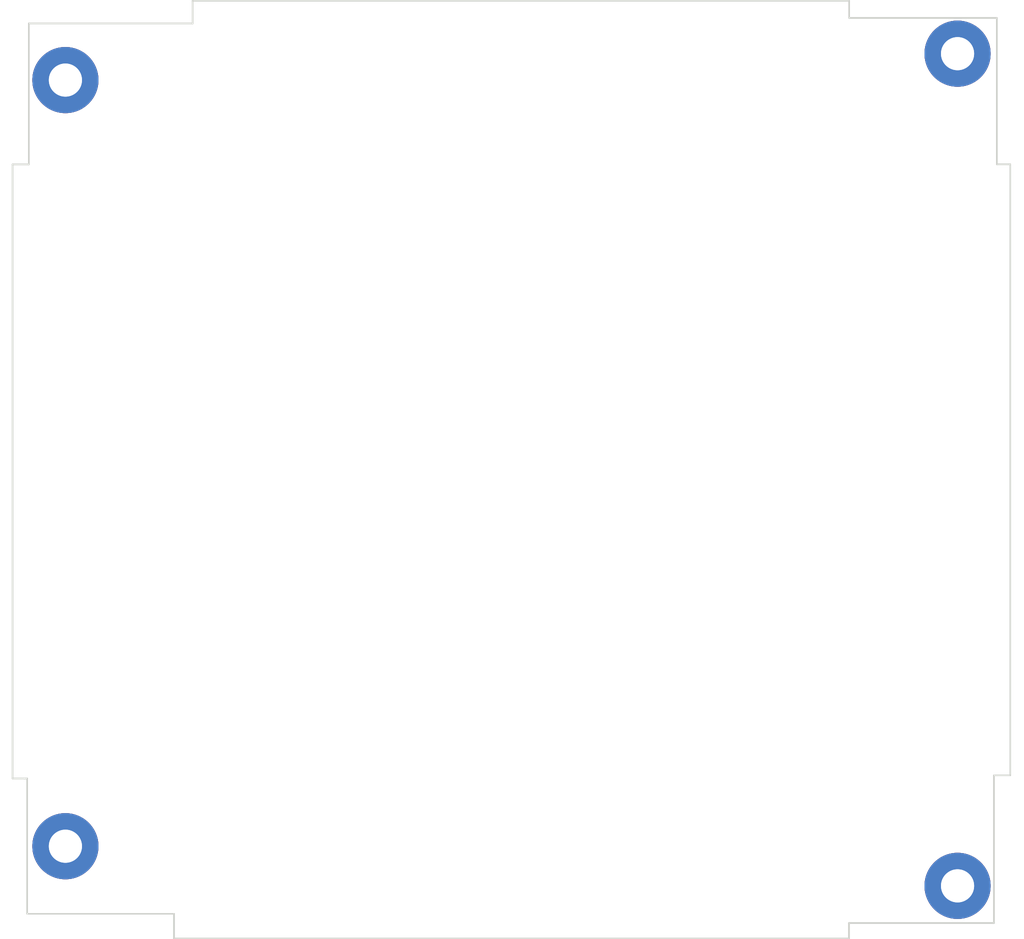
<source format=kicad_pcb>
(kicad_pcb (version 4) (host pcbnew 4.0.7-e2-6376~58~ubuntu16.04.1)

  (general
    (links 0)
    (no_connects 0)
    (area 95.15 44.184999 193.75 134.495001)
    (thickness 1.6)
    (drawings 42)
    (tracks 0)
    (zones 0)
    (modules 16)
    (nets 1)
  )

  (page A4)
  (layers
    (0 F.Cu signal)
    (31 B.Cu signal)
    (32 B.Adhes user)
    (33 F.Adhes user)
    (34 B.Paste user)
    (35 F.Paste user)
    (36 B.SilkS user)
    (37 F.SilkS user)
    (38 B.Mask user)
    (39 F.Mask user)
    (40 Dwgs.User user)
    (41 Cmts.User user)
    (42 Eco1.User user)
    (43 Eco2.User user)
    (44 Edge.Cuts user)
    (45 Margin user)
    (46 B.CrtYd user)
    (47 F.CrtYd user)
    (48 B.Fab user)
    (49 F.Fab user)
  )

  (setup
    (last_trace_width 0.25)
    (user_trace_width 0.45)
    (trace_clearance 0.2)
    (zone_clearance 0.508)
    (zone_45_only no)
    (trace_min 0.2)
    (segment_width 0.2)
    (edge_width 0.15)
    (via_size 0.6)
    (via_drill 0.4)
    (via_min_size 0.4)
    (via_min_drill 0.3)
    (uvia_size 0.3)
    (uvia_drill 0.1)
    (uvias_allowed no)
    (uvia_min_size 0.2)
    (uvia_min_drill 0.1)
    (pcb_text_width 0.3)
    (pcb_text_size 1.5 1.5)
    (mod_edge_width 0.15)
    (mod_text_size 1 1)
    (mod_text_width 0.15)
    (pad_size 5 5)
    (pad_drill 3.2)
    (pad_to_mask_clearance 0.2)
    (aux_axis_origin 0 0)
    (visible_elements 7FFFFFFF)
    (pcbplotparams
      (layerselection 0x010f0_80000001)
      (usegerberextensions false)
      (excludeedgelayer true)
      (linewidth 0.100000)
      (plotframeref false)
      (viasonmask false)
      (mode 1)
      (useauxorigin false)
      (hpglpennumber 1)
      (hpglpenspeed 20)
      (hpglpendiameter 15)
      (hpglpenoverlay 2)
      (psnegative false)
      (psa4output false)
      (plotreference true)
      (plotvalue true)
      (plotinvisibletext false)
      (padsonsilk false)
      (subtractmaskfromsilk false)
      (outputformat 1)
      (mirror false)
      (drillshape 0)
      (scaleselection 1)
      (outputdirectory ""))
  )

  (net 0 "")

  (net_class Default "This is the default net class."
    (clearance 0.2)
    (trace_width 0.25)
    (via_dia 0.6)
    (via_drill 0.4)
    (uvia_dia 0.3)
    (uvia_drill 0.1)
  )

  (module QSAT:pc104holes (layer F.Cu) (tedit 5AEF4E09) (tstamp 5B19F9B9)
    (at 101.635 51.885)
    (fp_text reference "" (at 5.97 -2.94) (layer F.SilkS)
      (effects (font (size 1 1) (thickness 0.15)))
    )
    (fp_text value "" (at 0.01 -4.27) (layer F.Fab)
      (effects (font (size 1 1) (thickness 0.15)))
    )
    (pad 1 thru_hole circle (at 0 0) (size 6.35 6.35) (drill 3.18) (layers *.Cu *.Mask))
  )

  (module QSAT:input (layer F.Cu) (tedit 5AEF49B4) (tstamp 5B19F9B6)
    (at 95.7 60.9)
    (fp_text reference "" (at 0 0.5) (layer F.SilkS)
      (effects (font (size 1 1) (thickness 0.15)))
    )
    (fp_text value "" (at 0 -0.5) (layer F.Fab)
      (effects (font (size 1 1) (thickness 0.15)))
    )
  )

  (module QSAT:input (layer F.Cu) (tedit 5AEF49AC) (tstamp 5B19F9B3)
    (at 95.6 75.3)
    (fp_text reference "" (at 0 0.5) (layer F.SilkS)
      (effects (font (size 1 1) (thickness 0.15)))
    )
    (fp_text value "" (at 0 -0.5) (layer F.Fab)
      (effects (font (size 1 1) (thickness 0.15)))
    )
  )

  (module QSAT:input (layer F.Cu) (tedit 5AEF49C5) (tstamp 5B19F9B0)
    (at 193.2 113.7)
    (fp_text reference "" (at 0 0.5) (layer F.SilkS)
      (effects (font (size 1 1) (thickness 0.15)))
    )
    (fp_text value "" (at 0 -0.5) (layer F.Fab)
      (effects (font (size 1 1) (thickness 0.15)))
    )
  )

  (module QSAT:input (layer F.Cu) (tedit 5AEF49CB) (tstamp 5B19F9AD)
    (at 193.3 99.4)
    (fp_text reference "" (at 0 0.5) (layer F.SilkS)
      (effects (font (size 1 1) (thickness 0.15)))
    )
    (fp_text value "" (at 0 -0.5) (layer F.Fab)
      (effects (font (size 1 1) (thickness 0.15)))
    )
  )

  (module QSAT:pc104holes (layer F.Cu) (tedit 5AEF4F6F) (tstamp 5B19F9A9)
    (at 101.975 129.815)
    (fp_text reference "" (at 5.97 -2.94) (layer F.SilkS)
      (effects (font (size 1 1) (thickness 0.15)))
    )
    (fp_text value "" (at 0.01 -4.27) (layer F.Fab)
      (effects (font (size 1 1) (thickness 0.15)))
    )
    (pad 1 thru_hole circle (at -0.34 -4.27) (size 6.35 6.35) (drill 3.18) (layers *.Cu *.Mask))
  )

  (module QSAT:pc104holes (layer F.Cu) (tedit 5AEF5057) (tstamp 5B19F9A5)
    (at 187.565 49.585)
    (fp_text reference "" (at 5.97 -2.94) (layer F.SilkS)
      (effects (font (size 1 1) (thickness 0.15)))
    )
    (fp_text value "" (at 0.01 -4.27) (layer F.Fab)
      (effects (font (size 1 1) (thickness 0.15)))
    )
    (pad 1 thru_hole circle (at -0.2 -0.24) (size 6.35 6.35) (drill 3.18) (layers *.Cu *.Mask))
  )

  (module QSAT:pc104holes (layer F.Cu) (tedit 5AEF5095) (tstamp 5B19F9A1)
    (at 187.555 129.705)
    (fp_text reference "" (at 5.97 -2.94) (layer F.SilkS)
      (effects (font (size 1 1) (thickness 0.15)))
    )
    (fp_text value "" (at 0.01 -4.27) (layer F.Fab)
      (effects (font (size 1 1) (thickness 0.15)))
    )
    (pad 1 thru_hole circle (at -0.19 -0.35) (size 6.35 6.35) (drill 3.18) (layers *.Cu *.Mask))
  )

  (module QSAT:pc104holes (layer F.Cu) (tedit 5AEF5095) (tstamp 5AEF5061)
    (at 187.555 129.705)
    (fp_text reference "" (at 5.97 -2.94) (layer F.SilkS)
      (effects (font (size 1 1) (thickness 0.15)))
    )
    (fp_text value "" (at 0.01 -4.27) (layer F.Fab)
      (effects (font (size 1 1) (thickness 0.15)))
    )
    (pad 1 thru_hole circle (at -0.19 -0.35) (size 6.35 6.35) (drill 3.18) (layers *.Cu *.Mask))
  )

  (module QSAT:pc104holes (layer F.Cu) (tedit 5AEF5057) (tstamp 5AEF4FAE)
    (at 187.565 49.585)
    (fp_text reference "" (at 5.97 -2.94) (layer F.SilkS)
      (effects (font (size 1 1) (thickness 0.15)))
    )
    (fp_text value "" (at 0.01 -4.27) (layer F.Fab)
      (effects (font (size 1 1) (thickness 0.15)))
    )
    (pad 1 thru_hole circle (at -0.2 -0.24) (size 6.35 6.35) (drill 3.18) (layers *.Cu *.Mask))
  )

  (module QSAT:pc104holes (layer F.Cu) (tedit 5AEF4F6F) (tstamp 5AEF4F30)
    (at 101.975 129.815)
    (fp_text reference "" (at 5.97 -2.94) (layer F.SilkS)
      (effects (font (size 1 1) (thickness 0.15)))
    )
    (fp_text value "" (at 0.01 -4.27) (layer F.Fab)
      (effects (font (size 1 1) (thickness 0.15)))
    )
    (pad 1 thru_hole circle (at -0.34 -4.27) (size 6.35 6.35) (drill 3.18) (layers *.Cu *.Mask))
  )

  (module QSAT:input (layer F.Cu) (tedit 5AEF49CB) (tstamp 5A8DEA8F)
    (at 193.3 99.4)
    (fp_text reference "" (at 0 0.5) (layer F.SilkS)
      (effects (font (size 1 1) (thickness 0.15)))
    )
    (fp_text value "" (at 0 -0.5) (layer F.Fab)
      (effects (font (size 1 1) (thickness 0.15)))
    )
  )

  (module QSAT:input (layer F.Cu) (tedit 5AEF49C5) (tstamp 5A8DEA8A)
    (at 193.2 113.7)
    (fp_text reference "" (at 0 0.5) (layer F.SilkS)
      (effects (font (size 1 1) (thickness 0.15)))
    )
    (fp_text value "" (at 0 -0.5) (layer F.Fab)
      (effects (font (size 1 1) (thickness 0.15)))
    )
  )

  (module QSAT:input (layer F.Cu) (tedit 5AEF49AC) (tstamp 5A8DEA84)
    (at 95.6 75.3)
    (fp_text reference "" (at 0 0.5) (layer F.SilkS)
      (effects (font (size 1 1) (thickness 0.15)))
    )
    (fp_text value "" (at 0 -0.5) (layer F.Fab)
      (effects (font (size 1 1) (thickness 0.15)))
    )
  )

  (module QSAT:input (layer F.Cu) (tedit 5AEF49B4) (tstamp 5A8DEA55)
    (at 95.7 60.9)
    (fp_text reference "" (at 0 0.5) (layer F.SilkS)
      (effects (font (size 1 1) (thickness 0.15)))
    )
    (fp_text value "" (at 0 -0.5) (layer F.Fab)
      (effects (font (size 1 1) (thickness 0.15)))
    )
  )

  (module QSAT:pc104holes (layer F.Cu) (tedit 5AEF4E09) (tstamp 5AEF4E26)
    (at 101.635 51.885)
    (fp_text reference "" (at 5.97 -2.94) (layer F.SilkS)
      (effects (font (size 1 1) (thickness 0.15)))
    )
    (fp_text value "" (at 0.01 -4.27) (layer F.Fab)
      (effects (font (size 1 1) (thickness 0.15)))
    )
    (pad 1 thru_hole circle (at 0 0) (size 6.35 6.35) (drill 3.18) (layers *.Cu *.Mask))
  )

  (gr_line (start 113.86 44.26) (end 113.86 46.44) (angle 90) (layer Edge.Cuts) (width 0.15) (tstamp 5B19F9D1))
  (gr_line (start 113.86 46.44) (end 98.12 46.44) (angle 90) (layer Edge.Cuts) (width 0.15) (tstamp 5B19F9D0))
  (gr_line (start 98.12 59.99) (end 98.12 46.44) (angle 90) (layer Edge.Cuts) (width 0.15) (tstamp 5B19F9CF))
  (gr_line (start 96.56 119.03) (end 97.73 119.03) (angle 90) (layer Edge.Cuts) (width 0.15) (tstamp 5B19F9CE))
  (gr_line (start 97.67 119.03) (end 97.96 119.03) (angle 90) (layer Edge.Cuts) (width 0.15) (tstamp 5B19F9CD))
  (gr_line (start 96.56 119.03) (end 96.56 59.99) (angle 90) (layer Edge.Cuts) (width 0.15) (tstamp 5B19F9CC))
  (gr_line (start 96.56 59.99) (end 98.12 59.99) (angle 90) (layer Edge.Cuts) (width 0.15) (tstamp 5B19F9CB))
  (gr_line (start 112.07 134.42) (end 112.07 132.04) (angle 90) (layer Edge.Cuts) (width 0.15) (tstamp 5B19F9CA))
  (gr_line (start 112.07 132.04) (end 97.96 132.04) (angle 90) (layer Edge.Cuts) (width 0.15) (tstamp 5B19F9C9))
  (gr_line (start 97.96 119.03) (end 97.96 132.04) (angle 90) (layer Edge.Cuts) (width 0.15) (tstamp 5B19F9C8))
  (gr_line (start 176.93 134.41) (end 176.93 132.93) (angle 90) (layer Edge.Cuts) (width 0.15) (tstamp 5B19F9C7))
  (gr_line (start 112.07 134.42) (end 176.93 134.42) (angle 90) (layer Edge.Cuts) (width 0.15) (tstamp 5B19F9C6))
  (gr_line (start 190.86 118.73) (end 190.86 132.93) (angle 90) (layer Edge.Cuts) (width 0.15) (tstamp 5B19F9C5))
  (gr_line (start 176.93 132.93) (end 190.86 132.93) (angle 90) (layer Edge.Cuts) (width 0.15) (tstamp 5B19F9C4))
  (gr_line (start 176.95 44.28) (end 176.95 45.91) (angle 90) (layer Edge.Cuts) (width 0.15) (tstamp 5B19F9C3))
  (gr_line (start 113.86 44.26) (end 176.95 44.26) (angle 90) (layer Edge.Cuts) (width 0.15) (tstamp 5B19F9C2))
  (gr_line (start 192.43 59.98) (end 191.14 59.98) (angle 90) (layer Edge.Cuts) (width 0.15) (tstamp 5B19F9C1))
  (gr_line (start 191.14 59.98) (end 191.14 45.91) (angle 90) (layer Edge.Cuts) (width 0.15) (tstamp 5B19F9C0))
  (gr_line (start 176.95 45.91) (end 191.14 45.91) (angle 90) (layer Edge.Cuts) (width 0.15) (tstamp 5B19F9BF))
  (gr_line (start 192.43 59.98) (end 192.43 118.73) (angle 90) (layer Edge.Cuts) (width 0.15) (tstamp 5B19F9BE))
  (gr_line (start 190.86 118.73) (end 192.43 118.73) (angle 90) (layer Edge.Cuts) (width 0.15) (tstamp 5B19F9BD))
  (gr_line (start 190.86 118.73) (end 192.43 118.73) (angle 90) (layer Edge.Cuts) (width 0.15))
  (gr_line (start 192.43 59.98) (end 192.43 118.73) (angle 90) (layer Edge.Cuts) (width 0.15))
  (gr_line (start 176.95 45.91) (end 191.14 45.91) (angle 90) (layer Edge.Cuts) (width 0.15))
  (gr_line (start 191.14 59.98) (end 191.14 45.91) (angle 90) (layer Edge.Cuts) (width 0.15))
  (gr_line (start 192.43 59.98) (end 191.14 59.98) (angle 90) (layer Edge.Cuts) (width 0.15))
  (gr_line (start 113.86 44.26) (end 176.95 44.26) (angle 90) (layer Edge.Cuts) (width 0.15))
  (gr_line (start 176.95 44.28) (end 176.95 45.91) (angle 90) (layer Edge.Cuts) (width 0.15))
  (gr_line (start 176.93 132.93) (end 190.86 132.93) (angle 90) (layer Edge.Cuts) (width 0.15))
  (gr_line (start 190.86 118.73) (end 190.86 132.93) (angle 90) (layer Edge.Cuts) (width 0.15))
  (gr_line (start 112.07 134.42) (end 176.93 134.42) (angle 90) (layer Edge.Cuts) (width 0.15))
  (gr_line (start 176.93 134.41) (end 176.93 132.93) (angle 90) (layer Edge.Cuts) (width 0.15))
  (gr_line (start 97.96 119.03) (end 97.96 132.04) (angle 90) (layer Edge.Cuts) (width 0.15))
  (gr_line (start 112.07 132.04) (end 97.96 132.04) (angle 90) (layer Edge.Cuts) (width 0.15))
  (gr_line (start 112.07 134.42) (end 112.07 132.04) (angle 90) (layer Edge.Cuts) (width 0.15))
  (gr_line (start 96.56 59.99) (end 98.12 59.99) (angle 90) (layer Edge.Cuts) (width 0.15))
  (gr_line (start 96.56 119.03) (end 96.56 59.99) (angle 90) (layer Edge.Cuts) (width 0.15))
  (gr_line (start 97.67 119.03) (end 97.96 119.03) (angle 90) (layer Edge.Cuts) (width 0.15))
  (gr_line (start 96.56 119.03) (end 97.73 119.03) (angle 90) (layer Edge.Cuts) (width 0.15))
  (gr_line (start 98.12 59.99) (end 98.12 46.44) (angle 90) (layer Edge.Cuts) (width 0.15))
  (gr_line (start 113.86 46.44) (end 98.12 46.44) (angle 90) (layer Edge.Cuts) (width 0.15))
  (gr_line (start 113.86 44.26) (end 113.86 46.44) (angle 90) (layer Edge.Cuts) (width 0.15))

)

</source>
